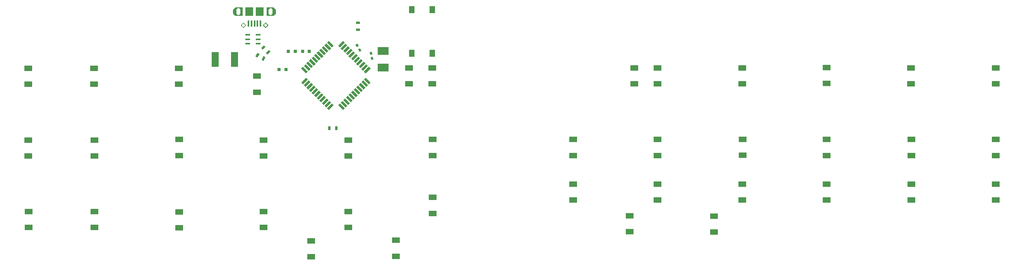
<source format=gbp>
G04 #@! TF.FileFunction,Paste,Bot*
%FSLAX46Y46*%
G04 Gerber Fmt 4.6, Leading zero omitted, Abs format (unit mm)*
G04 Created by KiCad (PCBNEW 4.0.1-stable) date Thursday, March 02, 2017 'PMt' 06:18:16 PM*
%MOMM*%
G01*
G04 APERTURE LIST*
%ADD10C,0.100000*%
%ADD11R,0.800000X0.750000*%
%ADD12R,1.699260X1.300480*%
%ADD13R,0.500000X0.900000*%
%ADD14R,2.400000X1.700000*%
%ADD15R,1.300000X1.550000*%
%ADD16R,1.500000X3.200000*%
%ADD17R,0.900000X0.500000*%
%ADD18R,0.400000X1.350000*%
%ADD19R,1.800000X1.900000*%
%ADD20R,0.100000X0.100000*%
%ADD21R,1.000000X0.400000*%
G04 APERTURE END LIST*
D10*
G36*
X52185000Y495000D02*
X52185000Y295000D01*
X52710000Y820000D01*
X52710000Y1020000D01*
X52185000Y1545000D01*
X52185000Y1345000D01*
X52510000Y1020000D01*
X52510000Y820000D01*
X52185000Y495000D01*
G37*
G36*
X52185000Y1345000D02*
X52185000Y1545000D01*
X51660000Y1020000D01*
X51660000Y820000D01*
X52185000Y295000D01*
X52185000Y495000D01*
X51860000Y820000D01*
X51860000Y1020000D01*
X52185000Y1345000D01*
G37*
G36*
X57035000Y495000D02*
X57035000Y295000D01*
X57560000Y820000D01*
X57560000Y1020000D01*
X57035000Y1545000D01*
X57035000Y1345000D01*
X57360000Y1020000D01*
X57360000Y820000D01*
X57035000Y495000D01*
G37*
G36*
X57035000Y1345000D02*
X57035000Y1545000D01*
X56510000Y1020000D01*
X56510000Y820000D01*
X57035000Y295000D01*
X57035000Y495000D01*
X56710000Y820000D01*
X56710000Y1020000D01*
X57035000Y1345000D01*
G37*
G36*
X52010000Y2970000D02*
X50410000Y2970000D01*
X49910000Y3470000D01*
X49910000Y3920000D01*
X50685000Y3920000D01*
X50685000Y3470000D01*
X50985000Y3170000D01*
X51210000Y3170000D01*
X51510000Y3470000D01*
X51510000Y3920000D01*
X52010000Y3920000D01*
X52010000Y2970000D01*
G37*
G36*
X57210000Y4870000D02*
X58810000Y4870000D01*
X59310000Y4370000D01*
X59310000Y3920000D01*
X58535000Y3920000D01*
X58535000Y4370000D01*
X58235000Y4670000D01*
X58010000Y4670000D01*
X57710000Y4370000D01*
X57710000Y3920000D01*
X57210000Y3920000D01*
X57210000Y4870000D01*
G37*
G36*
X51510000Y3920000D02*
X52010000Y3920000D01*
X52010000Y4870000D01*
X50410000Y4870000D01*
X49910000Y4370000D01*
X49910000Y3920000D01*
X50685000Y3920000D01*
X50685000Y4395000D01*
X50960000Y4670000D01*
X51210000Y4670000D01*
X51510000Y4370000D01*
X51510000Y3920000D01*
G37*
G36*
X57710000Y3920000D02*
X57210000Y3920000D01*
X57210000Y2970000D01*
X58810000Y2970000D01*
X59310000Y3470000D01*
X59310000Y3920000D01*
X58535000Y3920000D01*
X58535000Y3445000D01*
X58260000Y3170000D01*
X58010000Y3170000D01*
X57710000Y3470000D01*
X57710000Y3920000D01*
G37*
D11*
X62000000Y-4850000D03*
X63500000Y-4850000D03*
X59950000Y-8800000D03*
X61450000Y-8800000D03*
X65090000Y-4850000D03*
X66590000Y-4850000D03*
D12*
X5100000Y-12050060D03*
X5100000Y-8549940D03*
X19500000Y-12050060D03*
X19500000Y-8549940D03*
X38000000Y-12050060D03*
X38000000Y-8549940D03*
X55100000Y-13750060D03*
X55100000Y-10249940D03*
X88400000Y-11950060D03*
X88400000Y-8449940D03*
X93500000Y-11950060D03*
X93500000Y-8449940D03*
X137700000Y-11950060D03*
X137700000Y-8449940D03*
X142800000Y-11950060D03*
X142800000Y-8449940D03*
X161300000Y-11950060D03*
X161300000Y-8449940D03*
X179800000Y-11850060D03*
X179800000Y-8349940D03*
X198200000Y-11950060D03*
X198200000Y-8449940D03*
X216800000Y-11950060D03*
X216800000Y-8449940D03*
X5100000Y-27750060D03*
X5100000Y-24249940D03*
X19600000Y-27750060D03*
X19600000Y-24249940D03*
X38100000Y-27650060D03*
X38100000Y-24149940D03*
X56600000Y-27750060D03*
X56600000Y-24249940D03*
X75100000Y-27750060D03*
X75100000Y-24249940D03*
X93600000Y-27650060D03*
X93600000Y-24149940D03*
X124300000Y-27650060D03*
X124300000Y-24149940D03*
X142800000Y-27650060D03*
X142800000Y-24149940D03*
X161350000Y-27600060D03*
X161350000Y-24099940D03*
X179800000Y-27650060D03*
X179800000Y-24149940D03*
X198300000Y-27650060D03*
X198300000Y-24149940D03*
X216800000Y-27650060D03*
X216800000Y-24149940D03*
X5200000Y-43450060D03*
X5200000Y-39949940D03*
X19600000Y-43450060D03*
X19600000Y-39949940D03*
X38100000Y-43550060D03*
X38100000Y-40049940D03*
X56600000Y-43450060D03*
X56600000Y-39949940D03*
X75100000Y-43450060D03*
X75100000Y-39949940D03*
X93600000Y-40350060D03*
X93600000Y-36849940D03*
X124300000Y-37450060D03*
X124300000Y-33949940D03*
X142800000Y-37450060D03*
X142800000Y-33949940D03*
X161300000Y-37450060D03*
X161300000Y-33949940D03*
X179800000Y-37450060D03*
X179800000Y-33949940D03*
X198300000Y-37450060D03*
X198300000Y-33949940D03*
X216800000Y-37450060D03*
X216800000Y-33949940D03*
X67000000Y-46349940D03*
X67000000Y-49850060D03*
X85500000Y-46249940D03*
X85500000Y-49750060D03*
X136700000Y-40849940D03*
X136700000Y-44350060D03*
X155100000Y-40949940D03*
X155100000Y-44450060D03*
D10*
G36*
X58084975Y-4838579D02*
X57448579Y-5474975D01*
X57095025Y-5121421D01*
X57731421Y-4485025D01*
X58084975Y-4838579D01*
X58084975Y-4838579D01*
G37*
G36*
X57024315Y-3777919D02*
X56387919Y-4414315D01*
X56034365Y-4060761D01*
X56670761Y-3424365D01*
X57024315Y-3777919D01*
X57024315Y-3777919D01*
G37*
G36*
X56991025Y-6120289D02*
X56541025Y-6899711D01*
X56108013Y-6649711D01*
X56558013Y-5870289D01*
X56991025Y-6120289D01*
X56991025Y-6120289D01*
G37*
G36*
X55691987Y-5370289D02*
X55241987Y-6149711D01*
X54808975Y-5899711D01*
X55258975Y-5120289D01*
X55691987Y-5370289D01*
X55691987Y-5370289D01*
G37*
G36*
X64816280Y-8562042D02*
X65205188Y-8173134D01*
X66265848Y-9233794D01*
X65876940Y-9622702D01*
X64816280Y-8562042D01*
X64816280Y-8562042D01*
G37*
G36*
X65381966Y-7996357D02*
X65770874Y-7607449D01*
X66831534Y-8668109D01*
X66442626Y-9057017D01*
X65381966Y-7996357D01*
X65381966Y-7996357D01*
G37*
G36*
X65947651Y-7430672D02*
X66336559Y-7041764D01*
X67397219Y-8102424D01*
X67008311Y-8491332D01*
X65947651Y-7430672D01*
X65947651Y-7430672D01*
G37*
G36*
X66513336Y-6864986D02*
X66902244Y-6476078D01*
X67962904Y-7536738D01*
X67573996Y-7925646D01*
X66513336Y-6864986D01*
X66513336Y-6864986D01*
G37*
G36*
X67079022Y-6299301D02*
X67467930Y-5910393D01*
X68528590Y-6971053D01*
X68139682Y-7359961D01*
X67079022Y-6299301D01*
X67079022Y-6299301D01*
G37*
G36*
X67644707Y-5733615D02*
X68033615Y-5344707D01*
X69094275Y-6405367D01*
X68705367Y-6794275D01*
X67644707Y-5733615D01*
X67644707Y-5733615D01*
G37*
G36*
X68210393Y-5167930D02*
X68599301Y-4779022D01*
X69659961Y-5839682D01*
X69271053Y-6228590D01*
X68210393Y-5167930D01*
X68210393Y-5167930D01*
G37*
G36*
X68776078Y-4602244D02*
X69164986Y-4213336D01*
X70225646Y-5273996D01*
X69836738Y-5662904D01*
X68776078Y-4602244D01*
X68776078Y-4602244D01*
G37*
G36*
X69341764Y-4036559D02*
X69730672Y-3647651D01*
X70791332Y-4708311D01*
X70402424Y-5097219D01*
X69341764Y-4036559D01*
X69341764Y-4036559D01*
G37*
G36*
X69907449Y-3470874D02*
X70296357Y-3081966D01*
X71357017Y-4142626D01*
X70968109Y-4531534D01*
X69907449Y-3470874D01*
X69907449Y-3470874D01*
G37*
G36*
X70473134Y-2905188D02*
X70862042Y-2516280D01*
X71922702Y-3576940D01*
X71533794Y-3965848D01*
X70473134Y-2905188D01*
X70473134Y-2905188D01*
G37*
G36*
X73937958Y-2516280D02*
X74326866Y-2905188D01*
X73266206Y-3965848D01*
X72877298Y-3576940D01*
X73937958Y-2516280D01*
X73937958Y-2516280D01*
G37*
G36*
X74503643Y-3081966D02*
X74892551Y-3470874D01*
X73831891Y-4531534D01*
X73442983Y-4142626D01*
X74503643Y-3081966D01*
X74503643Y-3081966D01*
G37*
G36*
X75069328Y-3647651D02*
X75458236Y-4036559D01*
X74397576Y-5097219D01*
X74008668Y-4708311D01*
X75069328Y-3647651D01*
X75069328Y-3647651D01*
G37*
G36*
X75635014Y-4213336D02*
X76023922Y-4602244D01*
X74963262Y-5662904D01*
X74574354Y-5273996D01*
X75635014Y-4213336D01*
X75635014Y-4213336D01*
G37*
G36*
X76200699Y-4779022D02*
X76589607Y-5167930D01*
X75528947Y-6228590D01*
X75140039Y-5839682D01*
X76200699Y-4779022D01*
X76200699Y-4779022D01*
G37*
G36*
X76766385Y-5344707D02*
X77155293Y-5733615D01*
X76094633Y-6794275D01*
X75705725Y-6405367D01*
X76766385Y-5344707D01*
X76766385Y-5344707D01*
G37*
G36*
X77332070Y-5910393D02*
X77720978Y-6299301D01*
X76660318Y-7359961D01*
X76271410Y-6971053D01*
X77332070Y-5910393D01*
X77332070Y-5910393D01*
G37*
G36*
X77897756Y-6476078D02*
X78286664Y-6864986D01*
X77226004Y-7925646D01*
X76837096Y-7536738D01*
X77897756Y-6476078D01*
X77897756Y-6476078D01*
G37*
G36*
X78463441Y-7041764D02*
X78852349Y-7430672D01*
X77791689Y-8491332D01*
X77402781Y-8102424D01*
X78463441Y-7041764D01*
X78463441Y-7041764D01*
G37*
G36*
X79029126Y-7607449D02*
X79418034Y-7996357D01*
X78357374Y-9057017D01*
X77968466Y-8668109D01*
X79029126Y-7607449D01*
X79029126Y-7607449D01*
G37*
G36*
X79594812Y-8173134D02*
X79983720Y-8562042D01*
X78923060Y-9622702D01*
X78534152Y-9233794D01*
X79594812Y-8173134D01*
X79594812Y-8173134D01*
G37*
G36*
X78534152Y-10966206D02*
X78923060Y-10577298D01*
X79983720Y-11637958D01*
X79594812Y-12026866D01*
X78534152Y-10966206D01*
X78534152Y-10966206D01*
G37*
G36*
X77968466Y-11531891D02*
X78357374Y-11142983D01*
X79418034Y-12203643D01*
X79029126Y-12592551D01*
X77968466Y-11531891D01*
X77968466Y-11531891D01*
G37*
G36*
X77402781Y-12097576D02*
X77791689Y-11708668D01*
X78852349Y-12769328D01*
X78463441Y-13158236D01*
X77402781Y-12097576D01*
X77402781Y-12097576D01*
G37*
G36*
X76837096Y-12663262D02*
X77226004Y-12274354D01*
X78286664Y-13335014D01*
X77897756Y-13723922D01*
X76837096Y-12663262D01*
X76837096Y-12663262D01*
G37*
G36*
X76271410Y-13228947D02*
X76660318Y-12840039D01*
X77720978Y-13900699D01*
X77332070Y-14289607D01*
X76271410Y-13228947D01*
X76271410Y-13228947D01*
G37*
G36*
X75705725Y-13794633D02*
X76094633Y-13405725D01*
X77155293Y-14466385D01*
X76766385Y-14855293D01*
X75705725Y-13794633D01*
X75705725Y-13794633D01*
G37*
G36*
X75140039Y-14360318D02*
X75528947Y-13971410D01*
X76589607Y-15032070D01*
X76200699Y-15420978D01*
X75140039Y-14360318D01*
X75140039Y-14360318D01*
G37*
G36*
X74574354Y-14926004D02*
X74963262Y-14537096D01*
X76023922Y-15597756D01*
X75635014Y-15986664D01*
X74574354Y-14926004D01*
X74574354Y-14926004D01*
G37*
G36*
X74008668Y-15491689D02*
X74397576Y-15102781D01*
X75458236Y-16163441D01*
X75069328Y-16552349D01*
X74008668Y-15491689D01*
X74008668Y-15491689D01*
G37*
G36*
X73442983Y-16057374D02*
X73831891Y-15668466D01*
X74892551Y-16729126D01*
X74503643Y-17118034D01*
X73442983Y-16057374D01*
X73442983Y-16057374D01*
G37*
G36*
X72877298Y-16623060D02*
X73266206Y-16234152D01*
X74326866Y-17294812D01*
X73937958Y-17683720D01*
X72877298Y-16623060D01*
X72877298Y-16623060D01*
G37*
G36*
X71533794Y-16234152D02*
X71922702Y-16623060D01*
X70862042Y-17683720D01*
X70473134Y-17294812D01*
X71533794Y-16234152D01*
X71533794Y-16234152D01*
G37*
G36*
X70968109Y-15668466D02*
X71357017Y-16057374D01*
X70296357Y-17118034D01*
X69907449Y-16729126D01*
X70968109Y-15668466D01*
X70968109Y-15668466D01*
G37*
G36*
X70402424Y-15102781D02*
X70791332Y-15491689D01*
X69730672Y-16552349D01*
X69341764Y-16163441D01*
X70402424Y-15102781D01*
X70402424Y-15102781D01*
G37*
G36*
X69836738Y-14537096D02*
X70225646Y-14926004D01*
X69164986Y-15986664D01*
X68776078Y-15597756D01*
X69836738Y-14537096D01*
X69836738Y-14537096D01*
G37*
G36*
X69271053Y-13971410D02*
X69659961Y-14360318D01*
X68599301Y-15420978D01*
X68210393Y-15032070D01*
X69271053Y-13971410D01*
X69271053Y-13971410D01*
G37*
G36*
X68705367Y-13405725D02*
X69094275Y-13794633D01*
X68033615Y-14855293D01*
X67644707Y-14466385D01*
X68705367Y-13405725D01*
X68705367Y-13405725D01*
G37*
G36*
X68139682Y-12840039D02*
X68528590Y-13228947D01*
X67467930Y-14289607D01*
X67079022Y-13900699D01*
X68139682Y-12840039D01*
X68139682Y-12840039D01*
G37*
G36*
X67573996Y-12274354D02*
X67962904Y-12663262D01*
X66902244Y-13723922D01*
X66513336Y-13335014D01*
X67573996Y-12274354D01*
X67573996Y-12274354D01*
G37*
G36*
X67008311Y-11708668D02*
X67397219Y-12097576D01*
X66336559Y-13158236D01*
X65947651Y-12769328D01*
X67008311Y-11708668D01*
X67008311Y-11708668D01*
G37*
G36*
X66442626Y-11142983D02*
X66831534Y-11531891D01*
X65770874Y-12592551D01*
X65381966Y-12203643D01*
X66442626Y-11142983D01*
X66442626Y-11142983D01*
G37*
G36*
X65876940Y-10577298D02*
X66265848Y-10966206D01*
X65205188Y-12026866D01*
X64816280Y-11637958D01*
X65876940Y-10577298D01*
X65876940Y-10577298D01*
G37*
D13*
X72450000Y-21700000D03*
X70950000Y-21700000D03*
D14*
X82700000Y-8390000D03*
X82700000Y-4690000D03*
D10*
G36*
X79796198Y-4966326D02*
X80288601Y-4879502D01*
X80392790Y-5470386D01*
X79900387Y-5557210D01*
X79796198Y-4966326D01*
X79796198Y-4966326D01*
G37*
G36*
X79987210Y-6049614D02*
X80479613Y-5962790D01*
X80583802Y-6553674D01*
X80091399Y-6640498D01*
X79987210Y-6049614D01*
X79987210Y-6049614D01*
G37*
G36*
X76678494Y-3398878D02*
X77111506Y-3148878D01*
X77411506Y-3668494D01*
X76978494Y-3918494D01*
X76678494Y-3398878D01*
X76678494Y-3398878D01*
G37*
G36*
X77228494Y-4351506D02*
X77661506Y-4101506D01*
X77961506Y-4621122D01*
X77528494Y-4871122D01*
X77228494Y-4351506D01*
X77228494Y-4351506D01*
G37*
D15*
X88970000Y4290000D03*
X88970000Y-5210000D03*
X93470000Y4290000D03*
X93470000Y-5210000D03*
D16*
X46000000Y-6600000D03*
X50200000Y-6600000D03*
D17*
X77260000Y1410000D03*
X77260000Y-90000D03*
D18*
X54610000Y1245000D03*
X53960000Y1245000D03*
X55260000Y1245000D03*
X53310000Y1245000D03*
X55910000Y1245000D03*
D19*
X53460000Y3920000D03*
X55760000Y3920000D03*
D20*
X52185000Y395000D03*
X57035000Y407500D03*
X50097500Y3957500D03*
X59122500Y3932500D03*
D21*
X55400000Y-3100000D03*
X53100000Y-3100000D03*
X55400000Y-2150000D03*
X53100000Y-2150000D03*
X55400000Y-1200000D03*
X53100000Y-1200000D03*
M02*

</source>
